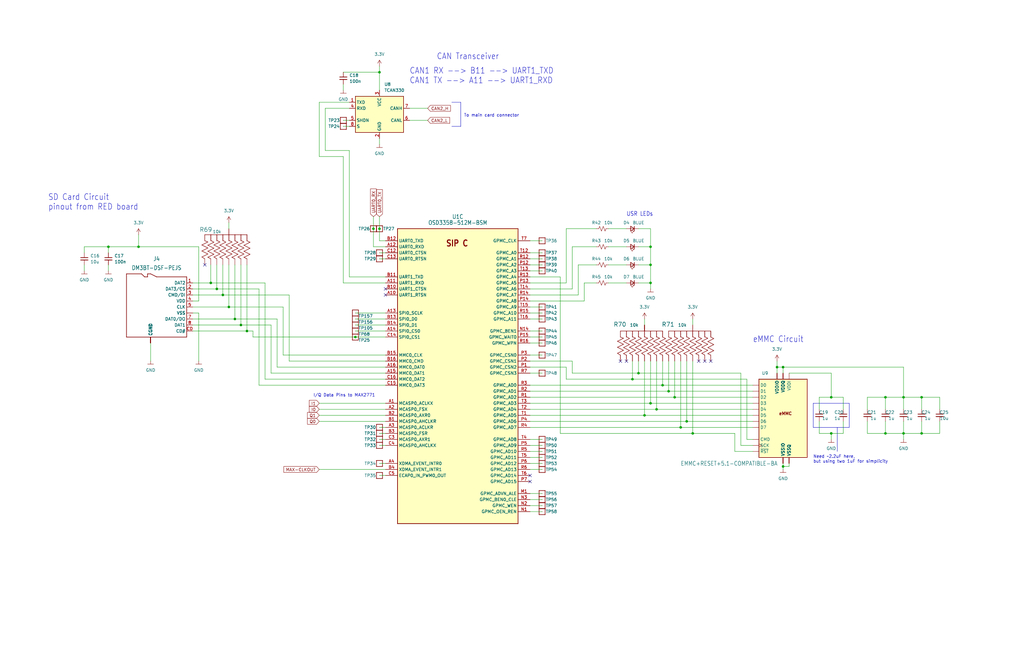
<source format=kicad_sch>
(kicad_sch (version 20230121) (generator eeschema)
  (paper "B")
  (junction (at 99.06 134.62))
  (junction (at 45.72 104.14))
  (junction (at 96.52 129.54))
  (junction (at 350.52 182.88))
  (junction (at 160.02 96.52))
  (junction (at 157.48 96.52))
  (junction (at 327.66 154.94))
  (junction (at 104.14 139.7))
  (junction (at 388.62 182.88))
  (junction (at 284.48 167.64))
  (junction (at 274.32 170.18))
  (junction (at 350.52 167.64))
  (junction (at 381 182.88))
  (junction (at 271.78 175.26))
  (junction (at 149.86 142.24))
  (junction (at 279.4 162.56))
  (junction (at 160.02 30.48))
  (junction (at 373.38 167.64))
  (junction (at 93.98 124.46))
  (junction (at 276.86 172.72))
  (junction (at 289.56 177.8))
  (junction (at 274.32 119.38))
  (junction (at 101.6 137.16))
  (junction (at 388.62 167.64))
  (junction (at 292.1 182.88))
  (junction (at 373.38 182.88))
  (junction (at 91.44 121.92))
  (junction (at 281.94 165.1))
  (junction (at 88.9 119.38))
  (junction (at 266.7 160.02))
  (junction (at 287.02 180.34))
  (junction (at 381 167.64))
  (junction (at 58.42 104.14))
  (junction (at 330.2 154.94))
  (junction (at 274.32 104.14))
  (junction (at 274.32 111.76))
  (junction (at 269.24 157.48))
  (junction (at 330.2 196.85))
  (no_connect (at 86.36 111.76))
  (no_connect (at 261.62 152.4))
  (no_connect (at 264.16 152.4))
  (no_connect (at 294.64 152.4))
  (no_connect (at 297.18 152.4))
  (no_connect (at 299.72 152.4))
  (no_connect (at 223.52 203.2))
  (no_connect (at 223.52 200.66))
  (no_connect (at 162.56 124.46))
  (no_connect (at 162.56 121.92))
  (wire (pts (xy 269.24 111.76) (xy 274.32 111.76)))
  (wire (pts (xy 223.52 119.38) (xy 238.76 119.38)))
  (wire (pts (xy 388.62 177.8) (xy 388.62 182.88)))
  (wire (pts (xy 274.32 104.14) (xy 274.32 111.76)))
  (wire (pts (xy 373.38 177.8) (xy 373.38 182.88)))
  (wire (pts (xy 144.78 53.34) (xy 147.32 53.34)))
  (wire (pts (xy 276.86 152.4) (xy 276.86 172.72)))
  (wire (pts (xy 327.66 152.4) (xy 327.66 154.94)))
  (wire (pts (xy 256.54 96.52) (xy 264.16 96.52)))
  (wire (pts (xy 309.88 190.5) (xy 317.5 190.5)))
  (wire (pts (xy 119.38 149.86) (xy 119.38 129.54)))
  (wire (pts (xy 35.56 111.76) (xy 35.56 114.3)))
  (polyline (pts (xy 190.5 43.18) (xy 194.31 43.18)))
  (polyline (pts (xy 353.06 180.34) (xy 353.06 190.5)))
  (wire (pts (xy 238.76 154.94) (xy 238.76 160.02)))
  (wire (pts (xy 241.3 121.92) (xy 241.3 104.14)))
  (wire (pts (xy 281.94 152.4) (xy 281.94 165.1)))
  (wire (pts (xy 162.56 160.02) (xy 111.76 160.02)))
  (wire (pts (xy 269.24 152.4) (xy 269.24 157.48)))
  (wire (pts (xy 160.02 182.88) (xy 162.56 182.88)))
  (wire (pts (xy 149.86 142.24) (xy 162.56 142.24)))
  (wire (pts (xy 162.56 101.6) (xy 160.02 101.6)))
  (wire (pts (xy 236.22 182.88) (xy 292.1 182.88)))
  (wire (pts (xy 365.76 172.72) (xy 365.76 167.64)))
  (wire (pts (xy 104.14 139.7) (xy 104.14 111.76)))
  (wire (pts (xy 134.62 175.26) (xy 162.56 175.26)))
  (wire (pts (xy 134.62 177.8) (xy 162.56 177.8)))
  (wire (pts (xy 223.52 149.86) (xy 228.6 149.86)))
  (wire (pts (xy 223.52 172.72) (xy 276.86 172.72)))
  (wire (pts (xy 269.24 157.48) (xy 312.42 157.48)))
  (wire (pts (xy 396.24 177.8) (xy 396.24 182.88)))
  (wire (pts (xy 256.54 104.14) (xy 264.16 104.14)))
  (wire (pts (xy 160.02 30.48) (xy 160.02 38.1)))
  (wire (pts (xy 99.06 134.62) (xy 99.06 111.76)))
  (wire (pts (xy 327.66 154.94) (xy 330.2 154.94)))
  (wire (pts (xy 160.02 187.96) (xy 162.56 187.96)))
  (wire (pts (xy 121.92 124.46) (xy 93.98 124.46)))
  (wire (pts (xy 106.68 139.7) (xy 106.68 142.24)))
  (wire (pts (xy 45.72 106.68) (xy 45.72 104.14)))
  (wire (pts (xy 35.56 104.14) (xy 45.72 104.14)))
  (wire (pts (xy 396.24 172.72) (xy 396.24 167.64)))
  (wire (pts (xy 223.52 129.54) (xy 228.6 129.54)))
  (wire (pts (xy 388.62 167.64) (xy 396.24 167.64)))
  (wire (pts (xy 104.14 139.7) (xy 106.68 139.7)))
  (wire (pts (xy 144.78 66.04) (xy 134.62 66.04)))
  (wire (pts (xy 314.96 160.02) (xy 314.96 185.42)))
  (wire (pts (xy 309.88 182.88) (xy 309.88 190.5)))
  (wire (pts (xy 81.28 132.08) (xy 83.82 132.08)))
  (wire (pts (xy 160.02 106.68) (xy 162.56 106.68)))
  (wire (pts (xy 381 167.64) (xy 381 172.72)))
  (wire (pts (xy 147.32 43.18) (xy 134.62 43.18)))
  (polyline (pts (xy 358.14 180.34) (xy 358.14 170.18)))
  (wire (pts (xy 160.02 27.94) (xy 160.02 30.48)))
  (wire (pts (xy 223.52 106.68) (xy 228.6 106.68)))
  (wire (pts (xy 276.86 172.72) (xy 317.5 172.72)))
  (wire (pts (xy 144.78 35.56) (xy 144.78 38.1)))
  (wire (pts (xy 271.78 152.4) (xy 271.78 175.26)))
  (wire (pts (xy 96.52 129.54) (xy 96.52 111.76)))
  (wire (pts (xy 223.52 193.04) (xy 228.6 193.04)))
  (wire (pts (xy 157.48 91.44) (xy 157.48 96.52)))
  (wire (pts (xy 287.02 180.34) (xy 317.5 180.34)))
  (wire (pts (xy 281.94 165.1) (xy 317.5 165.1)))
  (polyline (pts (xy 342.9 170.18) (xy 342.9 180.34)))
  (wire (pts (xy 223.52 175.26) (xy 271.78 175.26)))
  (wire (pts (xy 330.2 196.85) (xy 332.74 196.85)))
  (wire (pts (xy 246.38 127) (xy 246.38 119.38)))
  (wire (pts (xy 243.84 111.76) (xy 251.46 111.76)))
  (wire (pts (xy 381 182.88) (xy 381 185.42)))
  (wire (pts (xy 332.74 196.85) (xy 332.74 195.58)))
  (wire (pts (xy 279.4 152.4) (xy 279.4 162.56)))
  (wire (pts (xy 381 167.64) (xy 381 154.94)))
  (wire (pts (xy 373.38 182.88) (xy 381 182.88)))
  (wire (pts (xy 223.52 127) (xy 246.38 127)))
  (wire (pts (xy 350.52 182.88) (xy 350.52 185.42)))
  (wire (pts (xy 106.68 142.24) (xy 149.86 142.24)))
  (wire (pts (xy 238.76 96.52) (xy 251.46 96.52)))
  (wire (pts (xy 274.32 170.18) (xy 317.5 170.18)))
  (wire (pts (xy 388.62 167.64) (xy 388.62 172.72)))
  (wire (pts (xy 223.52 213.36) (xy 228.6 213.36)))
  (polyline (pts (xy 190.5 53.34) (xy 194.31 53.34)))
  (wire (pts (xy 223.52 195.58) (xy 228.6 195.58)))
  (wire (pts (xy 223.52 190.5) (xy 228.6 190.5)))
  (wire (pts (xy 388.62 182.88) (xy 381 182.88)))
  (wire (pts (xy 119.38 149.86) (xy 162.56 149.86)))
  (wire (pts (xy 101.6 137.16) (xy 101.6 111.76)))
  (wire (pts (xy 256.54 119.38) (xy 264.16 119.38)))
  (wire (pts (xy 58.42 99.06) (xy 58.42 104.14)))
  (wire (pts (xy 116.84 154.94) (xy 116.84 134.62)))
  (wire (pts (xy 116.84 154.94) (xy 162.56 154.94)))
  (wire (pts (xy 96.52 93.98) (xy 96.52 96.52)))
  (wire (pts (xy 144.78 30.48) (xy 160.02 30.48)))
  (wire (pts (xy 172.72 45.72) (xy 180.34 45.72)))
  (wire (pts (xy 83.82 104.14) (xy 58.42 104.14)))
  (wire (pts (xy 83.82 132.08) (xy 83.82 152.4)))
  (wire (pts (xy 223.52 109.22) (xy 228.6 109.22)))
  (wire (pts (xy 238.76 119.38) (xy 238.76 96.52)))
  (wire (pts (xy 223.52 167.64) (xy 284.48 167.64)))
  (wire (pts (xy 223.52 157.48) (xy 228.6 157.48)))
  (wire (pts (xy 274.32 119.38) (xy 269.24 119.38)))
  (wire (pts (xy 162.56 139.7) (xy 149.86 139.7)))
  (wire (pts (xy 266.7 160.02) (xy 314.96 160.02)))
  (wire (pts (xy 91.44 121.92) (xy 81.28 121.92)))
  (wire (pts (xy 236.22 116.84) (xy 236.22 182.88)))
  (wire (pts (xy 162.56 104.14) (xy 157.48 104.14)))
  (wire (pts (xy 160.02 195.58) (xy 162.56 195.58)))
  (wire (pts (xy 243.84 124.46) (xy 243.84 111.76)))
  (wire (pts (xy 223.52 187.96) (xy 228.6 187.96)))
  (wire (pts (xy 81.28 127) (xy 83.82 127)))
  (wire (pts (xy 223.52 121.92) (xy 241.3 121.92)))
  (wire (pts (xy 223.52 139.7) (xy 228.6 139.7)))
  (wire (pts (xy 241.3 157.48) (xy 269.24 157.48)))
  (wire (pts (xy 88.9 111.76) (xy 88.9 119.38)))
  (wire (pts (xy 134.62 172.72) (xy 162.56 172.72)))
  (wire (pts (xy 223.52 185.42) (xy 228.6 185.42)))
  (wire (pts (xy 162.56 119.38) (xy 144.78 119.38)))
  (wire (pts (xy 81.28 134.62) (xy 99.06 134.62)))
  (wire (pts (xy 381 167.64) (xy 388.62 167.64)))
  (wire (pts (xy 147.32 63.5) (xy 137.16 63.5)))
  (wire (pts (xy 160.02 58.42) (xy 160.02 60.96)))
  (wire (pts (xy 223.52 124.46) (xy 243.84 124.46)))
  (wire (pts (xy 223.52 101.6) (xy 228.6 101.6)))
  (wire (pts (xy 93.98 124.46) (xy 93.98 111.76)))
  (wire (pts (xy 279.4 162.56) (xy 317.5 162.56)))
  (wire (pts (xy 289.56 152.4) (xy 289.56 177.8)))
  (wire (pts (xy 109.22 162.56) (xy 109.22 121.92)))
  (wire (pts (xy 332.74 157.48) (xy 350.52 157.48)))
  (wire (pts (xy 144.78 119.38) (xy 144.78 66.04)))
  (wire (pts (xy 119.38 129.54) (xy 96.52 129.54)))
  (wire (pts (xy 121.92 152.4) (xy 121.92 124.46)))
  (wire (pts (xy 365.76 182.88) (xy 373.38 182.88)))
  (wire (pts (xy 292.1 182.88) (xy 309.88 182.88)))
  (wire (pts (xy 223.52 208.28) (xy 228.6 208.28)))
  (wire (pts (xy 88.9 119.38) (xy 81.28 119.38)))
  (wire (pts (xy 162.56 134.62) (xy 149.86 134.62)))
  (wire (pts (xy 172.72 50.8) (xy 180.34 50.8)))
  (wire (pts (xy 223.52 134.62) (xy 228.6 134.62)))
  (wire (pts (xy 160.02 200.66) (xy 162.56 200.66)))
  (wire (pts (xy 330.2 196.85) (xy 330.2 198.12)))
  (wire (pts (xy 116.84 134.62) (xy 99.06 134.62)))
  (wire (pts (xy 109.22 121.92) (xy 91.44 121.92)))
  (wire (pts (xy 114.3 137.16) (xy 114.3 157.48)))
  (wire (pts (xy 162.56 116.84) (xy 147.32 116.84)))
  (wire (pts (xy 223.52 152.4) (xy 241.3 152.4)))
  (wire (pts (xy 223.52 162.56) (xy 279.4 162.56)))
  (wire (pts (xy 269.24 96.52) (xy 274.32 96.52)))
  (wire (pts (xy 355.6 182.88) (xy 350.52 182.88)))
  (wire (pts (xy 292.1 134.62) (xy 292.1 137.16)))
  (wire (pts (xy 134.62 170.18) (xy 162.56 170.18)))
  (wire (pts (xy 373.38 167.64) (xy 373.38 172.72)))
  (wire (pts (xy 223.52 114.3) (xy 228.6 114.3)))
  (wire (pts (xy 330.2 195.58) (xy 330.2 196.85)))
  (wire (pts (xy 35.56 106.68) (xy 35.56 104.14)))
  (polyline (pts (xy 342.9 180.34) (xy 358.14 180.34)))
  (wire (pts (xy 160.02 185.42) (xy 162.56 185.42)))
  (wire (pts (xy 134.62 198.12) (xy 162.56 198.12)))
  (wire (pts (xy 241.3 152.4) (xy 241.3 157.48)))
  (wire (pts (xy 345.44 182.88) (xy 350.52 182.88)))
  (wire (pts (xy 45.72 104.14) (xy 58.42 104.14)))
  (wire (pts (xy 157.48 96.52) (xy 157.48 104.14)))
  (wire (pts (xy 160.02 180.34) (xy 162.56 180.34)))
  (wire (pts (xy 327.66 157.48) (xy 327.66 154.94)))
  (wire (pts (xy 269.24 104.14) (xy 274.32 104.14)))
  (wire (pts (xy 289.56 177.8) (xy 317.5 177.8)))
  (wire (pts (xy 81.28 139.7) (xy 104.14 139.7)))
  (wire (pts (xy 317.5 187.96) (xy 312.42 187.96)))
  (wire (pts (xy 91.44 111.76) (xy 91.44 121.92)))
  (wire (pts (xy 274.32 152.4) (xy 274.32 170.18)))
  (wire (pts (xy 162.56 132.08) (xy 149.86 132.08)))
  (wire (pts (xy 373.38 167.64) (xy 381 167.64)))
  (wire (pts (xy 83.82 127) (xy 83.82 104.14)))
  (wire (pts (xy 381 177.8) (xy 381 182.88)))
  (wire (pts (xy 223.52 215.9) (xy 228.6 215.9)))
  (wire (pts (xy 266.7 152.4) (xy 266.7 160.02)))
  (wire (pts (xy 134.62 66.04) (xy 134.62 43.18)))
  (wire (pts (xy 223.52 154.94) (xy 238.76 154.94)))
  (wire (pts (xy 147.32 116.84) (xy 147.32 63.5)))
  (wire (pts (xy 160.02 109.22) (xy 162.56 109.22)))
  (wire (pts (xy 121.92 152.4) (xy 162.56 152.4)))
  (wire (pts (xy 350.52 167.64) (xy 350.52 157.48)))
  (wire (pts (xy 312.42 187.96) (xy 312.42 157.48)))
  (wire (pts (xy 241.3 104.14) (xy 251.46 104.14)))
  (wire (pts (xy 223.52 144.78) (xy 228.6 144.78)))
  (wire (pts (xy 396.24 182.88) (xy 388.62 182.88)))
  (wire (pts (xy 223.52 132.08) (xy 228.6 132.08)))
  (wire (pts (xy 256.54 111.76) (xy 264.16 111.76)))
  (polyline (pts (xy 194.31 43.18) (xy 194.31 53.34)))
  (wire (pts (xy 274.32 121.92) (xy 274.32 119.38)))
  (wire (pts (xy 223.52 165.1) (xy 281.94 165.1)))
  (wire (pts (xy 365.76 167.64) (xy 373.38 167.64)))
  (wire (pts (xy 284.48 167.64) (xy 317.5 167.64)))
  (wire (pts (xy 81.28 129.54) (xy 96.52 129.54)))
  (wire (pts (xy 345.44 172.72) (xy 345.44 167.64)))
  (wire (pts (xy 223.52 198.12) (xy 228.6 198.12)))
  (wire (pts (xy 365.76 177.8) (xy 365.76 182.88)))
  (wire (pts (xy 223.52 210.82) (xy 228.6 210.82)))
  (wire (pts (xy 81.28 124.46) (xy 93.98 124.46)))
  (wire (pts (xy 238.76 160.02) (xy 266.7 160.02)))
  (wire (pts (xy 223.52 180.34) (xy 287.02 180.34)))
  (wire (pts (xy 274.32 111.76) (xy 274.32 119.38)))
  (wire (pts (xy 355.6 172.72) (xy 355.6 167.64)))
  (wire (pts (xy 355.6 177.8) (xy 355.6 182.88)))
  (wire (pts (xy 284.48 152.4) (xy 284.48 167.64)))
  (wire (pts (xy 381 154.94) (xy 330.2 154.94)))
  (wire (pts (xy 147.32 45.72) (xy 137.16 45.72)))
  (wire (pts (xy 292.1 152.4) (xy 292.1 182.88)))
  (wire (pts (xy 160.02 96.52) (xy 160.02 101.6)))
  (wire (pts (xy 287.02 152.4) (xy 287.02 180.34)))
  (wire (pts (xy 101.6 137.16) (xy 114.3 137.16)))
  (wire (pts (xy 271.78 134.62) (xy 271.78 137.16)))
  (wire (pts (xy 111.76 119.38) (xy 88.9 119.38)))
  (wire (pts (xy 345.44 177.8) (xy 345.44 182.88)))
  (wire (pts (xy 160.02 91.44) (xy 160.02 96.52)))
  (wire (pts (xy 144.78 50.8) (xy 147.32 50.8)))
  (wire (pts (xy 81.28 137.16) (xy 101.6 137.16)))
  (wire (pts (xy 355.6 167.64) (xy 350.52 167.64)))
  (wire (pts (xy 345.44 167.64) (xy 350.52 167.64)))
  (wire (pts (xy 223.52 170.18) (xy 274.32 170.18)))
  (wire (pts (xy 330.2 154.94) (xy 330.2 157.48)))
  (wire (pts (xy 314.96 185.42) (xy 317.5 185.42)))
  (wire (pts (xy 223.52 111.76) (xy 228.6 111.76)))
  (wire (pts (xy 109.22 162.56) (xy 162.56 162.56)))
  (wire (pts (xy 223.52 177.8) (xy 289.56 177.8)))
  (wire (pts (xy 223.52 116.84) (xy 236.22 116.84)))
  (wire (pts (xy 162.56 137.16) (xy 149.86 137.16)))
  (wire (pts (xy 63.5 144.78) (xy 63.5 152.4)))
  (polyline (pts (xy 342.9 170.18) (xy 358.14 170.18)))
  (wire (pts (xy 274.32 96.52) (xy 274.32 104.14)))
  (wire (pts (xy 223.52 142.24) (xy 228.6 142.24)))
  (wire (pts (xy 111.76 160.02) (xy 111.76 119.38)))
  (wire (pts (xy 271.78 175.26) (xy 317.5 175.26)))
  (wire (pts (xy 137.16 63.5) (xy 137.16 45.72)))
  (wire (pts (xy 45.72 111.76) (xy 45.72 114.3)))
  (wire (pts (xy 114.3 157.48) (xy 162.56 157.48)))
  (wire (pts (xy 246.38 119.38) (xy 251.46 119.38)))
  (text "CAN1 RX --> B11 --> UART1_TXD\nCAN1 TX --> A11 --> UART1_RXD" (at 172.72 35.56 0) (effects (font (size 2.54 2.159)) (justify left bottom)))
  (text "I/Q Data Pins to MAX2771" (at 132.08 167.64 0) (effects (font (size 1.27 1.27)) (justify left bottom)))
  (text "eMMC Circuit" (at 317.5 144.78 0) (effects (font (size 2.54 2.159)) (justify left bottom)))
  (text "SD Card Circuit\npinout from RED board" (at 20.32 88.9 0) (effects (font (size 2.54 2.159)) (justify left bottom)))
  (text "Need ~2.2uF here, \nbut using two 1uF for simplicity" (at 342.9 195.58 0) (effects (font (size 1.27 1.27)) (justify left bottom)))
  (text "USR LEDs" (at 264.16 91.44 0) (effects (font (size 1.778 1.5113)) (justify left bottom)))
  (text "CAN Transceiver" (at 184.15 25.4 0) (effects (font (size 2.54 2.159)) (justify left bottom)))
  (text "To main card connector" (at 195.58 49.53 0) (effects (font (size 1.27 1.27)) (justify left bottom)))
  (global_label "I1" (shape input) (at 134.62 170.18 180) (property "Intersheetrefs" "${INTERSHEET_REFS}" (at 130.3926 170.1006 0) (effects (justify right))))
  (global_label "Q0" (shape input) (at 134.62 177.8 180) (property "Intersheetrefs" "${INTERSHEET_REFS}" (at 129.6669 177.7206 0) (effects (justify right))))
  (global_label "MAX-CLKOUT" (shape input) (at 134.62 198.12 180) (property "Intersheetrefs" "${INTERSHEET_REFS}" (at 119.6883 198.0406 0) (effects (justify right))))
  (global_label "Q1" (shape input) (at 134.62 175.26 180) (property "Intersheetrefs" "${INTERSHEET_REFS}" (at 129.6669 175.1806 0) (effects (justify right))))
  (global_label "UART0_RX" (shape input) (at 157.48 91.44 90) (property "Intersheetrefs" "${INTERSHEET_REFS}" (at 157.4006 79.7136 90) (effects (justify left))))
  (global_label "CAN2_L" (shape input) (at 180.34 50.8 0) (property "Intersheetrefs" "${INTERSHEET_REFS}" (at 189.6474 50.7206 0) (effects (justify left))))
  (global_label "I0" (shape input) (at 134.62 172.72 180) (property "Intersheetrefs" "${INTERSHEET_REFS}" (at 130.3926 172.6406 0) (effects (justify right))))
  (global_label "CAN2_H" (shape input) (at 180.34 45.72 0) (property "Intersheetrefs" "${INTERSHEET_REFS}" (at 189.9498 45.6406 0) (effects (justify left))))
  (global_label "UART0_TX" (shape input) (at 160.02 91.44 90) (property "Intersheetrefs" "${INTERSHEET_REFS}" (at 159.9406 80.0159 90) (effects (justify left))))
  (symbol (lib_id "oresat-misc:Test-Point-1mm-round") (at 157.48 96.52 0) (unit 1)
    (property "Reference" "TP26" (at 151.13 96.52 0) (effects (justify left)))
    (property "Value" "0.03x0.04" (effects hide))
    (property "Footprint" "oresat-misc:TestPoint_Pad_D1.0mm" (effects hide))
  )
  (symbol (lib_id "oresat-misc:Test-Point-1mm-round") (at 228.6 109.22 180) (unit 1)
    (property "Reference" "TP38" (at 234.95 109.22 0) (effects (justify left)))
    (property "Value" "0.03x0.04" (effects hide))
    (property "Footprint" "oresat-misc:TestPoint_Pad_D1.0mm" (effects hide))
  )
  (symbol (lib_id "oresat-misc:Test-Point-1mm-round") (at 160.02 187.96 0) (unit 1)
    (property "Reference" "TP33" (at 153.67 187.96 0) (effects (justify left)))
    (property "Value" "0.03x0.04" (effects hide))
    (property "Footprint" "oresat-misc:TestPoint_Pad_D1.0mm" (effects hide))
  )
  (symbol (lib_id "oresat-misc:Test-Point-1mm-round") (at 228.6 208.28 180) (unit 1)
    (property "Reference" "TP55" (at 234.95 208.28 0) (effects (justify left)))
    (property "Value" "0.03x0.04" (effects hide))
    (property "Footprint" "oresat-misc:TestPoint_Pad_D1.0mm" (effects hide))
  )
  (symbol (lib_id "oresat-power:3.3V") (at 292.1 134.62 0) (unit 1)
    (property "Reference" "#3V0106" (effects hide))
    (property "Value" "3.3V" (at 292.1 129.54 0))
  )
  (symbol (lib_id "oresat-power:GND") (at 381 185.42 0) (unit 1)
    (property "Reference" "#GND0147" (effects hide))
    (property "Value" "GND" (at 381 189.23 0))
  )
  (symbol (lib_id "oresat-misc:Test-Point-1mm-round") (at 228.6 144.78 180) (unit 1)
    (property "Reference" "TP46" (at 234.95 144.78 0) (effects (justify left)))
    (property "Value" "0.03x0.04" (effects hide))
    (property "Footprint" "oresat-misc:TestPoint_Pad_D1.0mm" (effects hide))
  )
  (symbol (lib_id "oresat-power:GND") (at 63.5 152.4 0) (unit 1)
    (property "Reference" "#GND0138" (effects hide))
    (property "Value" "GND" (at 63.5 156.21 0))
  )
  (symbol (lib_id "Device:LED_Small") (at 266.7 96.52 180) (unit 1)
    (property "Reference" "D4" (at 264.16 93.98 0))
    (property "Value" "BLUE" (at 269.24 93.98 0))
    (property "Footprint" "LED_SMD:LED_0603_1608Metric" (effects hide))
  )
  (symbol (lib_id "Device:R_Small_US") (at 254 111.76 90) (unit 1)
    (property "Reference" "R44" (at 251.46 109.22 90))
    (property "Value" "10k" (at 256.54 109.22 90))
    (property "Footprint" "Resistor_SMD:R_0603_1608Metric" (effects hide))
  )
  (symbol (lib_id "Device:C_Small") (at 365.76 175.26 0) (mirror y) (unit 1)
    (property "Reference" "C21" (at 369.57 173.99 0) (effects (justify left)))
    (property "Value" "1u" (at 369.57 176.53 0) (effects (justify left)))
    (property "Footprint" "Capacitor_SMD:C_0603_1608Metric" (effects hide))
  )
  (symbol (lib_id "Device:C_Small") (at 388.62 175.26 0) (mirror y) (unit 1)
    (property "Reference" "C24" (at 392.43 173.99 0) (effects (justify left)))
    (property "Value" "1u" (at 392.43 176.53 0) (effects (justify left)))
    (property "Footprint" "Capacitor_SMD:C_0603_1608Metric" (effects hide))
  )
  (symbol (lib_id "oresat-power:3.3V") (at 96.52 93.98 0) (unit 1)
    (property "Reference" "#3V0102" (effects hide))
    (property "Value" "3.3V" (at 96.52 88.9 0))
  )
  (symbol (lib_id "oresat-ics:EMMC+RESET+5.1-COMPATIBLE-BA") (at 330.2 175.26 0) (unit 1)
    (property "Reference" "U9" (at 322.58 157.48 0))
    (property "Value" "EMMC+RESET+5.1-COMPATIBLE-BA" (at 287.02 195.58 0) (effects (font (size 1.778 1.5113)) (justify left)))
    (property "Footprint" "oresat-ics:BGA-153(11.5X13)(EMMC-BA)" (effects hide))
  )
  (symbol (lib_id "oresat-misc:Test-Point-1mm-round") (at 228.6 215.9 180) (unit 1)
    (property "Reference" "TP58" (at 234.95 215.9 0) (effects (justify left)))
    (property "Value" "0.03x0.04" (effects hide))
    (property "Footprint" "oresat-misc:TestPoint_Pad_D1.0mm" (effects hide))
  )
  (symbol (lib_id "oresat-power:3.3V") (at 327.66 152.4 0) (unit 1)
    (property "Reference" "#3V0108" (effects hide))
    (property "Value" "3.3V" (at 327.66 147.32 0))
  )
  (symbol (lib_id "Device:R_Small_US") (at 254 96.52 90) (unit 1)
    (property "Reference" "R42" (at 251.46 93.98 90))
    (property "Value" "10k" (at 256.54 93.98 90))
    (property "Footprint" "Resistor_SMD:R_0603_1608Metric" (effects hide))
  )
  (symbol (lib_id "Device:C_Small") (at 35.56 109.22 0) (unit 1)
    (property "Reference" "C16" (at 38.1 107.9562 0) (effects (justify left)))
    (property "Value" "10u" (at 38.1 110.4962 0) (effects (justify left)))
    (property "Footprint" "Capacitor_SMD:C_0805_2012Metric" (effects hide))
  )
  (symbol (lib_id "Interface_CAN_LIN:TCAN330") (at 160.02 48.26 0) (unit 1)
    (property "Reference" "U8" (at 162.0394 35.56 0) (effects (justify left)))
    (property "Value" "TCAN330" (at 162.0394 38.1 0) (effects (justify left)))
    (property "Footprint" "Package_TO_SOT_SMD:SOT-23-8" (effects hide))
    (property "Datasheet" "http://www.ti.com/lit/ds/symlink/tcan337.pdf" (effects hide))
  )
  (symbol (lib_id "Device:C_Small") (at 373.38 175.26 0) (mirror y) (unit 1)
    (property "Reference" "C22" (at 377.19 173.99 0) (effects (justify left)))
    (property "Value" "1u" (at 377.19 176.53 0) (effects (justify left)))
    (property "Footprint" "Capacitor_SMD:C_0603_1608Metric" (effects hide))
  )
  (symbol (lib_id "oresat-misc:Test-Point-1mm-round") (at 228.6 106.68 180) (unit 1)
    (property "Reference" "TP37" (at 234.95 106.68 0) (effects (justify left)))
    (property "Value" "0.03x0.04" (effects hide))
    (property "Footprint" "oresat-misc:TestPoint_Pad_D1.0mm" (effects hide))
  )
  (symbol (lib_id "oresat-power:3.3V") (at 160.02 27.94 0) (unit 1)
    (property "Reference" "#3V0105" (effects hide))
    (property "Value" "3.3V" (at 160.02 22.86 0))
  )
  (symbol (lib_id "oresat-power:GND") (at 274.32 121.92 0) (unit 1)
    (property "Reference" "#GND0150" (effects hide))
    (property "Value" "GND" (at 274.32 125.73 0))
  )
  (symbol (lib_id "oresat-misc:Test-Point-1mm-round") (at 160.02 200.66 0) (unit 1)
    (property "Reference" "TP35" (at 153.67 200.66 0) (effects (justify left)))
    (property "Value" "0.03x0.04" (effects hide))
    (property "Footprint" "oresat-misc:TestPoint_Pad_D1.0mm" (effects hide))
  )
  (symbol (lib_id "oresat-power:GND") (at 83.82 152.4 0) (unit 1)
    (property "Reference" "#GND0139" (effects hide))
    (property "Value" "GND" (at 83.82 156.21 0))
  )
  (symbol (lib_id "oresat-misc:Test-Point-1mm-round") (at 228.6 190.5 180) (unit 1)
    (property "Reference" "TP51" (at 234.95 190.5 0) (effects (justify left)))
    (property "Value" "0.03x0.04" (effects hide))
    (property "Footprint" "oresat-misc:TestPoint_Pad_D1.0mm" (effects hide))
  )
  (symbol (lib_id "oresat-misc:Test-Point-1mm-round") (at 228.6 187.96 180) (unit 1)
    (property "Reference" "TP50" (at 234.95 187.96 0) (effects (justify left)))
    (property "Value" "0.03x0.04" (effects hide))
    (property "Footprint" "oresat-misc:TestPoint_Pad_D1.0mm" (effects hide))
  )
  (symbol (lib_id "oresat-misc:Test-Point-1mm-round") (at 228.6 142.24 180) (unit 1)
    (property "Reference" "TP45" (at 234.95 142.24 0) (effects (justify left)))
    (property "Value" "0.03x0.04" (effects hide))
    (property "Footprint" "oresat-misc:TestPoint_Pad_D1.0mm" (effects hide))
  )
  (symbol (lib_id "oresat-misc:Test-Point-1mm-round") (at 144.78 50.8 0) (unit 1)
    (property "Reference" "TP23" (at 138.43 50.8 0) (effects (justify left)))
    (property "Value" "0.03x0.04" (effects hide))
    (property "Footprint" "oresat-misc:TestPoint_Pad_D1.0mm" (effects hide))
  )
  (symbol (lib_id "oresat-power:GND") (at 350.52 185.42 0) (unit 1)
    (property "Reference" "#GND0149" (effects hide))
    (property "Value" "GND" (at 350.52 189.23 0))
  )
  (symbol (lib_id "oresat-power:GND") (at 35.56 114.3 0) (unit 1)
    (property "Reference" "#GND0140" (effects hide))
    (property "Value" "GND" (at 35.56 118.11 0))
  )
  (symbol (lib_id "oresat-misc:Test-Point-1mm-round") (at 228.6 114.3 180) (unit 1)
    (property "Reference" "TP40" (at 234.95 114.3 0) (effects (justify left)))
    (property "Value" "0.03x0.04" (effects hide))
    (property "Footprint" "oresat-misc:TestPoint_Pad_D1.0mm" (effects hide))
  )
  (symbol (lib_id "oresat-misc:Test-Point-1mm-round") (at 228.6 185.42 180) (unit 1)
    (property "Reference" "TP49" (at 234.95 185.42 0) (effects (justify left)))
    (property "Value" "0.03x0.04" (effects hide))
    (property "Footprint" "oresat-misc:TestPoint_Pad_D1.0mm" (effects hide))
  )
  (symbol (lib_id "oresat-power:GND") (at 45.72 114.3 0) (unit 1)
    (property "Reference" "#GND0141" (effects hide))
    (property "Value" "GND" (at 45.72 118.11 0))
  )
  (symbol (lib_id "oresat-misc:Test-Point-1mm-round") (at 149.86 134.62 0) (unit 1)
    (property "Reference" "TP156" (at 151.13 135.89 0) (effects (justify left)))
    (property "Value" "0.03x0.04" (effects hide))
    (property "Footprint" "oresat-misc:TestPoint_Pad_D1.0mm" (effects hide))
  )
  (symbol (lib_id "Device:C_Small") (at 345.44 175.26 0) (mirror y) (unit 1)
    (property "Reference" "C19" (at 349.25 173.99 0) (effects (justify left)))
    (property "Value" "1u" (at 349.25 176.53 0) (effects (justify left)))
    (property "Footprint" "Capacitor_SMD:C_0603_1608Metric" (effects hide))
  )
  (symbol (lib_id "oresat-misc:Test-Point-1mm-round") (at 228.6 157.48 180) (unit 1)
    (property "Reference" "TP48" (at 234.95 157.48 0) (effects (justify left)))
    (property "Value" "0.03x0.04" (effects hide))
    (property "Footprint" "oresat-misc:TestPoint_Pad_D1.0mm" (effects hide))
  )
  (symbol (lib_id "oresat-misc:Test-Point-1mm-round") (at 149.86 142.24 0) (unit 1)
    (property "Reference" "TP25" (at 151.13 143.51 0) (effects (justify left)))
    (property "Value" "0.03x0.04" (effects hide))
    (property "Footprint" "oresat-misc:TestPoint_Pad_D1.0mm" (effects hide))
  )
  (symbol (lib_id "oresat-misc:Test-Point-1mm-round") (at 228.6 193.04 180) (unit 1)
    (property "Reference" "TP52" (at 234.95 193.04 0) (effects (justify left)))
    (property "Value" "0.03x0.04" (effects hide))
    (property "Footprint" "oresat-misc:TestPoint_Pad_D1.0mm" (effects hide))
  )
  (symbol (lib_id "oresat-misc:Test-Point-1mm-round") (at 149.86 132.08 0) (unit 1)
    (property "Reference" "TP157" (at 151.13 133.35 0) (effects (justify left)))
    (property "Value" "0.03x0.04" (effects hide))
    (property "Footprint" "oresat-misc:TestPoint_Pad_D1.0mm" (effects hide))
  )
  (symbol (lib_id "Device:LED_Small") (at 266.7 104.14 180) (unit 1)
    (property "Reference" "D5" (at 264.16 101.6 0))
    (property "Value" "BLUE" (at 269.24 101.6 0))
    (property "Footprint" "LED_SMD:LED_0603_1608Metric" (effects hide))
  )
  (symbol (lib_id "oresat-power:3.3V") (at 271.78 134.62 0) (unit 1)
    (property "Reference" "#3V0107" (effects hide))
    (property "Value" "3.3V" (at 271.78 129.54 0))
  )
  (symbol (lib_id "oresat-ics:OSD3358-512M-BSM") (at 193.04 157.48 0) (unit 3)
    (property "Reference" "U1" (at 193.04 91.44 0) (effects (font (size 1.778 1.5113))))
    (property "Value" "OSD3358-512M-BSM" (at 193.04 93.98 0) (effects (font (size 1.778 1.5113))))
    (property "Footprint" "oresat-ics:U-Octavo-OSD335X-BGA-256" (effects hide))
    (property "Description" "OSD335x Embedded Module 1GHz 512MB" (effects hide))
    (property "Distributor" "DigiKey" (effects hide))
    (property "MPN" "OSD3358-512M-BSM" (effects hide))
  )
  (symbol (lib_id "Device:C_Small") (at 144.78 33.02 0) (unit 1)
    (property "Reference" "C18" (at 147.32 31.7562 0) (effects (justify left)))
    (property "Value" "100n" (at 147.32 34.2962 0) (effects (justify left)))
    (property "Footprint" "Capacitor_SMD:C_0603_1608Metric" (effects hide))
  )
  (symbol (lib_id "oresat-misc:Test-Point-1mm-round") (at 160.02 109.22 0) (unit 1)
    (property "Reference" "TP29" (at 153.67 109.22 0) (effects (justify left)))
    (property "Value" "0.03x0.04" (effects hide))
    (property "Footprint" "oresat-misc:TestPoint_Pad_D1.0mm" (effects hide))
  )
  (symbol (lib_id "oresat-misc:Test-Point-1mm-round") (at 228.6 134.62 180) (unit 1)
    (property "Reference" "TP43" (at 234.95 134.62 0) (effects (justify left)))
    (property "Value" "0.03x0.04" (effects hide))
    (property "Footprint" "oresat-misc:TestPoint_Pad_D1.0mm" (effects hide))
  )
  (symbol (lib_id "oresat-misc:Test-Point-1mm-round") (at 228.6 213.36 180) (unit 1)
    (property "Reference" "TP57" (at 234.95 213.36 0) (effects (justify left)))
    (property "Value" "0.03x0.04" (effects hide))
    (property "Footprint" "oresat-misc:TestPoint_Pad_D1.0mm" (effects hide))
  )
  (symbol (lib_id "oresat-misc:Test-Point-1mm-round") (at 228.6 101.6 180) (unit 1)
    (property "Reference" "TP36" (at 234.95 101.6 0) (effects (justify left)))
    (property "Value" "0.03x0.04" (effects hide))
    (property "Footprint" "oresat-misc:TestPoint_Pad_D1.0mm" (effects hide))
  )
  (symbol (lib_id "oresat-misc:Test-Point-1mm-round") (at 228.6 139.7 180) (unit 1)
    (property "Reference" "TP44" (at 234.95 139.7 0) (effects (justify left)))
    (property "Value" "0.03x0.04" (effects hide))
    (property "Footprint" "oresat-misc:TestPoint_Pad_D1.0mm" (effects hide))
  )
  (symbol (lib_id "Device:R_Small_US") (at 254 104.14 90) (unit 1)
    (property "Reference" "R43" (at 251.46 101.6 90))
    (property "Value" "10k" (at 256.54 101.6 90))
    (property "Footprint" "Resistor_SMD:R_0603_1608Metric" (effects hide))
  )
  (symbol (lib_id "oresat-misc:Test-Point-1mm-round") (at 160.02 106.68 0) (unit 1)
    (property "Reference" "TP28" (at 153.67 106.68 0) (effects (justify left)))
    (property "Value" "0.03x0.04" (effects hide))
    (property "Footprint" "oresat-misc:TestPoint_Pad_D1.0mm" (effects hide))
  )
  (symbol (lib_id "oresat-misc:Test-Point-1mm-round") (at 149.86 137.16 0) (unit 1)
    (property "Reference" "TP105" (at 151.13 138.43 0) (effects (justify left)))
    (property "Value" "0.03x0.04" (effects hide))
    (property "Footprint" "oresat-misc:TestPoint_Pad_D1.0mm" (effects hide))
  )
  (symbol (lib_id "oresat-misc:Test-Point-1mm-round") (at 160.02 180.34 0) (unit 1)
    (property "Reference" "TP30" (at 153.67 180.34 0) (effects (justify left)))
    (property "Value" "0.03x0.04" (effects hide))
    (property "Footprint" "oresat-misc:TestPoint_Pad_D1.0mm" (effects hide))
  )
  (symbol (lib_id "oresat-misc:Test-Point-1mm-round") (at 160.02 182.88 0) (unit 1)
    (property "Reference" "TP31" (at 153.67 182.88 0) (effects (justify left)))
    (property "Value" "0.03x0.04" (effects hide))
    (property "Footprint" "oresat-misc:TestPoint_Pad_D1.0mm" (effects hide))
  )
  (symbol (lib_id "oresat-misc:Test-Point-1mm-round") (at 228.6 149.86 180) (unit 1)
    (property "Reference" "TP47" (at 234.95 149.86 0) (effects (justify left)))
    (property "Value" "0.03x0.04" (effects hide))
    (property "Footprint" "oresat-misc:TestPoint_Pad_D1.0mm" (effects hide))
  )
  (symbol (lib_id "oresat-misc:Test-Point-1mm-round") (at 149.86 139.7 0) (unit 1)
    (property "Reference" "TP68" (at 151.13 140.97 0) (effects (justify left)))
    (property "Value" "0.03x0.04" (effects hide))
    (property "Footprint" "oresat-misc:TestPoint_Pad_D1.0mm" (effects hide))
  )
  (symbol (lib_id "oresat-power:3.3V") (at 58.42 99.06 0) (unit 1)
    (property "Reference" "#3V0101" (effects hide))
    (property "Value" "3.3V" (at 58.42 93.98 0))
  )
  (symbol (lib_id "oresat-misc:Test-Point-1mm-round") (at 228.6 195.58 180) (unit 1)
    (property "Reference" "TP53" (at 234.95 195.58 0) (effects (justify left)))
    (property "Value" "0.03x0.04" (effects hide))
    (property "Footprint" "oresat-misc:TestPoint_Pad_D1.0mm" (effects hide))
  )
  (symbol (lib_id "oresat-misc:Test-Point-1mm-round") (at 228.6 111.76 180) (unit 1)
    (property "Reference" "TP39" (at 234.95 111.76 0) (effects (justify left)))
    (property "Value" "0.03x0.04" (effects hide))
    (property "Footprint" "oresat-misc:TestPoint_Pad_D1.0mm" (effects hide))
  )
  (symbol (lib_id "oresat-misc:Test-Point-1mm-round") (at 160.02 96.52 180) (unit 1)
    (property "Reference" "TP27" (at 166.37 96.52 0) (effects (justify left)))
    (property "Value" "0.03x0.04" (effects hide))
    (property "Footprint" "oresat-misc:TestPoint_Pad_D1.0mm" (effects hide))
  )
  (symbol (lib_id "Device:LED_Small") (at 266.7 111.76 180) (unit 1)
    (property "Reference" "D6" (at 264.16 109.22 0))
    (property "Value" "BLUE" (at 269.24 109.22 0))
    (property "Footprint" "LED_SMD:LED_0603_1608Metric" (effects hide))
  )
  (symbol (lib_id "oresat-misc:Test-Point-1mm-round") (at 144.78 53.34 0) (unit 1)
    (property "Reference" "TP24" (at 138.43 53.34 0) (effects (justify left)))
    (property "Value" "0.03x0.04" (effects hide))
    (property "Footprint" "oresat-misc:TestPoint_Pad_D1.0mm" (effects hide))
  )
  (symbol (lib_id "oresat-misc:Test-Point-1mm-round") (at 228.6 132.08 180) (unit 1)
    (property "Reference" "TP42" (at 234.95 132.08 0) (effects (justify left)))
    (property "Value" "0.03x0.04" (effects hide))
    (property "Footprint" "oresat-misc:TestPoint_Pad_D1.0mm" (effects hide))
  )
  (symbol (lib_id "Device:C_Small") (at 381 175.26 0) (mirror y) (unit 1)
    (property "Reference" "C23" (at 384.81 173.99 0) (effects (justify left)))
    (property "Value" "1u" (at 384.81 176.53 0) (effects (justify left)))
    (property "Footprint" "Capacitor_SMD:C_0603_1608Metric" (effects hide))
  )
  (symbol (lib_id "oresat-misc:Test-Point-1mm-round") (at 228.6 198.12 180) (unit 1)
    (property "Reference" "TP54" (at 234.95 198.12 0) (effects (justify left)))
    (property "Value" "0.03x0.04" (effects hide))
    (property "Footprint" "oresat-misc:TestPoint_Pad_D1.0mm" (effects hide))
  )
  (symbol (lib_id "oresat-misc:Test-Point-1mm-round") (at 160.02 195.58 0) (unit 1)
    (property "Reference" "TP34" (at 153.67 195.58 0) (effects (justify left)))
    (property "Value" "0.03x0.04" (effects hide))
    (property "Footprint" "oresat-misc:TestPoint_Pad_D1.0mm" (effects hide))
  )
  (symbol (lib_id "Device:C_Small") (at 396.24 175.26 0) (mirror y) (unit 1)
    (property "Reference" "C25" (at 400.05 173.99 0) (effects (justify left)))
    (property "Value" "10u" (at 400.05 176.53 0) (effects (justify left)))
    (property "Footprint" "Capacitor_SMD:C_0805_2012Metric" (effects hide))
  )
  (symbol (lib_id "oresat-connectors:DM3BT-DSF-PEJS") (at 66.04 129.54 0) (mirror y) (unit 1)
    (property "Reference" "J4" (at 66.04 109.22 0) (effects (font (size 1.778 1.5113))))
    (property "Value" "DM3BT-DSF-PEJS" (at 66.04 113.03 0) (effects (font (size 1.778 1.5113))))
    (property "Footprint" "oresat-footprints:J-Hirose-DM3BT-DSF-PEJS" (effects hide))
    (property "Datasheet" "https://www.hirose.com/product/document?clcode=CL0609-0033-6-00&productname=DM3AT-SF-PEJ2M5&series=DM3&documenttype=Catalog&lang=en&documentid=D49662_en" (effects hide))
  )
  (symbol (lib_id "oresat-power:GND") (at 160.02 60.96 0) (unit 1)
    (property "Reference" "#GND0146" (effects hide))
    (property "Value" "GND" (at 160.02 64.77 0))
  )
  (symbol (lib_id "Device:C_Small") (at 355.6 175.26 0) (unit 1)
    (property "Reference" "C20" (at 351.79 173.99 0) (effects (justify left)))
    (property "Value" "1u" (at 351.79 176.53 0) (effects (justify left)))
    (property "Footprint" "Capacitor_SMD:C_0603_1608Metric" (effects hide))
  )
  (symbol (lib_id "Device:LED_Small") (at 266.7 119.38 180) (unit 1)
    (property "Reference" "D7" (at 264.16 116.84 0))
    (property "Value" "BLUE" (at 269.24 116.84 0))
    (property "Footprint" "LED_SMD:LED_0603_1608Metric" (effects hide))
  )
  (symbol (lib_id "oresat-passives:EXB-A10P391J") (at 86.36 99.06 90) (unit 1)
    (property "Reference" "R69" (at 89.535 95.885 90) (effects (font (size 1.778 1.778)) (justify left bottom)))
    (property "Value" "10k" (at 93.345 97.79 90) (effects (justify left)))
    (property "Footprint" "oresat-passives:Panasonic_Resistor_Array_EXBA10" (effects hide))
    (property "Datasheet" "http://www.vishay.com/docs/31509/csc.pdf" (effects hide))
  )
  (symbol (lib_id "Device:R_Small_US") (at 254 119.38 90) (unit 1)
    (property "Reference" "R45" (at 251.46 116.84 90))
    (property "Value" "10k" (at 256.54 116.84 90))
    (property "Footprint" "Resistor_SMD:R_0603_1608Metric" (effects hide))
  )
  (symbol (lib_id "oresat-misc:Test-Point-1mm-round") (at 160.02 185.42 0) (unit 1)
    (property "Reference" "TP32" (at 153.67 185.42 0) (effects (justify left)))
    (property "Value" "0.03x0.04" (effects hide))
    (property "Footprint" "oresat-misc:TestPoint_Pad_D1.0mm" (effects hide))
  )
  (symbol (lib_id "oresat-misc:Test-Point-1mm-round") (at 228.6 210.82 180) (unit 1)
    (property "Reference" "TP56" (at 234.95 210.82 0) (effects (justify left)))
    (property "Value" "0.03x0.04" (effects hide))
    (property "Footprint" "oresat-misc:TestPoint_Pad_D1.0mm" (effects hide))
  )
  (symbol (lib_id "Device:C_Small") (at 45.72 109.22 0) (unit 1)
    (property "Reference" "C17" (at 48.26 107.9562 0) (effects (justify left)))
    (property "Value" "100n" (at 48.26 110.4962 0) (effects (justify left)))
    (property "Footprint" "Capacitor_SMD:C_0603_1608Metric" (effects hide))
  )
  (symbol (lib_id "oresat-misc:Test-Point-1mm-round") (at 228.6 129.54 180) (unit 1)
    (property "Reference" "TP41" (at 234.95 129.54 0) (effects (justify left)))
    (property "Value" "0.03x0.04" (effects hide))
    (property "Footprint" "oresat-misc:TestPoint_Pad_D1.0mm" (effects hide))
  )
  (symbol (lib_id "oresat-passives:EXB-A10P391J") (at 261.62 139.7 90) (unit 1)
    (property "Reference" "R70" (at 264.16 135.89 90) (effects (font (size 1.778 1.778)) (justify left bottom)))
    (property "Value" "10k" (at 269.24 137.16 90) (effects (justify left)))
    (property "Footprint" "oresat-passives:Panasonic_Resistor_Array_EXBA10" (effects hide))
    (property "Datasheet" "http://www.vishay.com/docs/31509/csc.pdf" (effects hide))
  )
  (symbol (lib_id "oresat-passives:EXB-A10P391J") (at 281.94 139.7 90) (unit 1)
    (property "Reference" "R71" (at 284.48 135.89 90) (effects (font (size 1.778 1.778)) (justify left bottom)))
    (property "Value" "10k" (at 289.56 137.16 90) (effects (justify left)))
    (property "Footprint" "oresat-passives:Panasonic_Resistor_Array_EXBA10" (effects hide))
    (property "Datasheet" "http://www.vishay.com/docs/31509/csc.pdf" (effects hide))
  )
  (symbol (lib_id "oresat-power:GND") (at 330.2 198.12 0) (unit 1)
    (property "Reference" "#GND0148" (effects hide))
    (property "Value" "GND" (at 330.2 201.93 0))
  )
  (symbol (lib_id "oresat-power:GND") (at 144.78 38.1 0) (unit 1)
    (property "Reference" "#GND0145" (effects hide))
    (property "Value" "GND" (at 144.78 41.91 0))
  )
)
</source>
